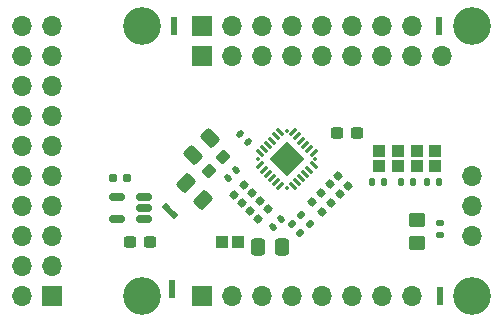
<source format=gbr>
%TF.GenerationSoftware,KiCad,Pcbnew,8.0.7*%
%TF.CreationDate,2024-12-23T17:36:37-05:00*%
%TF.ProjectId,tac5212_audio_board_single_ended,74616335-3231-4325-9f61-7564696f5f62,rev?*%
%TF.SameCoordinates,Original*%
%TF.FileFunction,Soldermask,Top*%
%TF.FilePolarity,Negative*%
%FSLAX46Y46*%
G04 Gerber Fmt 4.6, Leading zero omitted, Abs format (unit mm)*
G04 Created by KiCad (PCBNEW 8.0.7) date 2024-12-23 17:36:37*
%MOMM*%
%LPD*%
G01*
G04 APERTURE LIST*
G04 Aperture macros list*
%AMRoundRect*
0 Rectangle with rounded corners*
0 $1 Rounding radius*
0 $2 $3 $4 $5 $6 $7 $8 $9 X,Y pos of 4 corners*
0 Add a 4 corners polygon primitive as box body*
4,1,4,$2,$3,$4,$5,$6,$7,$8,$9,$2,$3,0*
0 Add four circle primitives for the rounded corners*
1,1,$1+$1,$2,$3*
1,1,$1+$1,$4,$5*
1,1,$1+$1,$6,$7*
1,1,$1+$1,$8,$9*
0 Add four rect primitives between the rounded corners*
20,1,$1+$1,$2,$3,$4,$5,0*
20,1,$1+$1,$4,$5,$6,$7,0*
20,1,$1+$1,$6,$7,$8,$9,0*
20,1,$1+$1,$8,$9,$2,$3,0*%
%AMRotRect*
0 Rectangle, with rotation*
0 The origin of the aperture is its center*
0 $1 length*
0 $2 width*
0 $3 Rotation angle, in degrees counterclockwise*
0 Add horizontal line*
21,1,$1,$2,0,0,$3*%
G04 Aperture macros list end*
%ADD10C,0.000000*%
%ADD11RoundRect,0.160000X0.252791X-0.026517X-0.026517X0.252791X-0.252791X0.026517X0.026517X-0.252791X0*%
%ADD12RoundRect,0.135000X-0.226274X-0.035355X-0.035355X-0.226274X0.226274X0.035355X0.035355X0.226274X0*%
%ADD13R,1.700000X1.700000*%
%ADD14O,1.700000X1.700000*%
%ADD15C,3.200000*%
%ADD16R,1.000000X1.000000*%
%ADD17RoundRect,0.250000X0.337500X0.475000X-0.337500X0.475000X-0.337500X-0.475000X0.337500X-0.475000X0*%
%ADD18RoundRect,0.160000X-0.026517X-0.252791X0.252791X0.026517X0.026517X0.252791X-0.252791X-0.026517X0*%
%ADD19RoundRect,0.140000X0.219203X0.021213X0.021213X0.219203X-0.219203X-0.021213X-0.021213X-0.219203X0*%
%ADD20RoundRect,0.250000X0.574524X0.097227X0.097227X0.574524X-0.574524X-0.097227X-0.097227X-0.574524X0*%
%ADD21RoundRect,0.150000X0.512500X0.150000X-0.512500X0.150000X-0.512500X-0.150000X0.512500X-0.150000X0*%
%ADD22RoundRect,0.135000X-0.185000X0.135000X-0.185000X-0.135000X0.185000X-0.135000X0.185000X0.135000X0*%
%ADD23R,0.508000X0.500000*%
%ADD24R,0.508000X0.508000*%
%ADD25RoundRect,0.237500X-0.300000X-0.237500X0.300000X-0.237500X0.300000X0.237500X-0.300000X0.237500X0*%
%ADD26RoundRect,0.140000X-0.021213X0.219203X-0.219203X0.021213X0.021213X-0.219203X0.219203X-0.021213X0*%
%ADD27RoundRect,0.250000X-0.097227X0.574524X-0.574524X0.097227X0.097227X-0.574524X0.574524X-0.097227X0*%
%ADD28RoundRect,0.250000X-0.450000X0.350000X-0.450000X-0.350000X0.450000X-0.350000X0.450000X0.350000X0*%
%ADD29RoundRect,0.140000X0.021213X-0.219203X0.219203X-0.021213X-0.021213X0.219203X-0.219203X0.021213X0*%
%ADD30RotRect,0.508000X0.508000X315.000000*%
%ADD31RoundRect,0.135000X-0.135000X-0.185000X0.135000X-0.185000X0.135000X0.185000X-0.135000X0.185000X0*%
%ADD32RoundRect,0.237500X-0.044194X-0.380070X0.380070X0.044194X0.044194X0.380070X-0.380070X-0.044194X0*%
%ADD33RoundRect,0.135000X0.135000X0.185000X-0.135000X0.185000X-0.135000X-0.185000X0.135000X-0.185000X0*%
%ADD34RoundRect,0.062500X-0.185616X-0.274004X0.274004X0.185616X0.185616X0.274004X-0.274004X-0.185616X0*%
%ADD35RoundRect,0.062500X0.185616X-0.274004X0.274004X-0.185616X-0.185616X0.274004X-0.274004X0.185616X0*%
%ADD36RotRect,2.100000X2.100000X45.000000*%
%ADD37RoundRect,0.062500X0.000000X-0.088388X0.088388X0.000000X0.000000X0.088388X-0.088388X0.000000X0*%
%ADD38RoundRect,0.160000X-0.197500X-0.160000X0.197500X-0.160000X0.197500X0.160000X-0.197500X0.160000X0*%
%ADD39RoundRect,0.135000X0.226274X0.035355X0.035355X0.226274X-0.226274X-0.035355X-0.035355X-0.226274X0*%
G04 APERTURE END LIST*
%TO.C,E108*%
G36*
X99446000Y-99954000D02*
G01*
X99954000Y-99954000D01*
X99954000Y-99454000D01*
X99446000Y-99454000D01*
X99446000Y-99954000D01*
G37*
%TO.C,E109*%
G36*
X121846000Y-99954000D02*
G01*
X122354000Y-99954000D01*
X122354000Y-99454000D01*
X121846000Y-99454000D01*
X121846000Y-99954000D01*
G37*
D10*
%TO.C,DOUT108*%
G36*
X99653553Y-115394343D02*
G01*
X99294343Y-115753553D01*
X98946447Y-115405657D01*
X99305657Y-115046447D01*
X99653553Y-115394343D01*
G37*
%TO.C,G118*%
G36*
X121946000Y-122854000D02*
G01*
X122454000Y-122854000D01*
X122454000Y-122354000D01*
X121946000Y-122354000D01*
X121946000Y-122854000D01*
G37*
%TO.C,G117*%
G36*
X99246000Y-122254000D02*
G01*
X99754000Y-122254000D01*
X99754000Y-121754000D01*
X99246000Y-121754000D01*
X99246000Y-122254000D01*
G37*
%TD*%
D11*
%TO.C,R113*%
X112937059Y-114705168D03*
X112092067Y-113860176D03*
%TD*%
D12*
%TO.C,R121*%
X109617194Y-116508362D03*
X110338442Y-117229610D03*
%TD*%
D13*
%TO.C,board_outline108*%
X89337500Y-122600000D03*
D14*
X86797500Y-122600000D03*
X89337500Y-120060000D03*
X86797500Y-120060000D03*
X89337500Y-117520000D03*
X86797500Y-117520000D03*
X89337500Y-114980000D03*
X86797500Y-114980000D03*
X89337500Y-112440000D03*
X86797500Y-112440000D03*
X89337500Y-109900000D03*
X86797500Y-109900000D03*
X89337500Y-107360000D03*
X86797500Y-107360000D03*
X89337500Y-104820000D03*
X86797500Y-104820000D03*
X89337500Y-102280000D03*
X86797500Y-102280000D03*
X89337500Y-99740000D03*
X86797500Y-99740000D03*
D13*
X102047500Y-102285000D03*
X102047500Y-99745000D03*
D14*
X104587500Y-102285000D03*
X104587500Y-99745000D03*
X107127500Y-102285000D03*
X107127500Y-99745000D03*
X109667500Y-102285000D03*
X109667500Y-99745000D03*
X112207500Y-102285000D03*
X112207500Y-99745000D03*
X114747500Y-102285000D03*
X114747500Y-99745000D03*
X117287500Y-102285000D03*
X117287500Y-99745000D03*
X119827500Y-102285000D03*
X119827500Y-99745000D03*
D13*
X102047500Y-122605000D03*
D14*
X104587500Y-122605000D03*
X107127500Y-122605000D03*
X109667500Y-122605000D03*
X112207500Y-122605000D03*
X114747500Y-122605000D03*
X117287500Y-122605000D03*
X119827500Y-122605000D03*
X124892500Y-117525000D03*
X124892500Y-114985000D03*
X124892500Y-112445000D03*
X122352500Y-102285000D03*
D15*
X96952500Y-99745000D03*
X124892500Y-99745000D03*
X96952500Y-122605000D03*
X124892500Y-122605000D03*
%TD*%
D16*
%TO.C,ADD108*%
X117000000Y-111600000D03*
X117000000Y-110300000D03*
%TD*%
D11*
%TO.C,R112*%
X113677789Y-113964439D03*
X112832797Y-113119447D03*
%TD*%
D17*
%TO.C,C111*%
X108818261Y-118400000D03*
X106743261Y-118400000D03*
%TD*%
D11*
%TO.C,R114*%
X112157509Y-115484718D03*
X111312517Y-114639726D03*
%TD*%
D18*
%TO.C,R115*%
X105445334Y-114708704D03*
X106290326Y-113863712D03*
%TD*%
D16*
%TO.C,ADD112*%
X118600000Y-111600000D03*
X118600000Y-110300000D03*
%TD*%
D19*
%TO.C,C109*%
X105939411Y-109539411D03*
X105260589Y-108860589D03*
%TD*%
D16*
%TO.C,ADD110*%
X120200000Y-111600000D03*
X120200000Y-110300000D03*
%TD*%
D20*
%TO.C,C115*%
X102133623Y-114433623D03*
X100666377Y-112966377D03*
%TD*%
D21*
%TO.C,U108*%
X97137500Y-116050000D03*
X97137500Y-115100000D03*
X97137500Y-114150000D03*
X94862500Y-114150000D03*
X94862500Y-116050000D03*
%TD*%
D18*
%TO.C,R118*%
X106788837Y-116052207D03*
X107633829Y-115207215D03*
%TD*%
D22*
%TO.C,R126*%
X122200000Y-116390000D03*
X122200000Y-117410000D03*
%TD*%
D23*
%TO.C,E108*%
X99700000Y-100204000D03*
D24*
X99700000Y-99200000D03*
%TD*%
D25*
%TO.C,C118*%
X113437500Y-108800000D03*
X115162500Y-108800000D03*
%TD*%
D26*
%TO.C,C116*%
X104937914Y-111892722D03*
X104259092Y-112571544D03*
%TD*%
D27*
%TO.C,C108*%
X102733623Y-109166377D03*
X101266377Y-110633623D03*
%TD*%
D28*
%TO.C,D116*%
X120200000Y-116100000D03*
X120200000Y-118100000D03*
%TD*%
D29*
%TO.C,C112*%
X108060589Y-116739411D03*
X108739411Y-116060589D03*
%TD*%
D23*
%TO.C,E109*%
X122100000Y-100204000D03*
D24*
X122100000Y-99200000D03*
%TD*%
D16*
%TO.C,ADD111*%
X121800000Y-111600000D03*
X121800000Y-110300000D03*
%TD*%
D30*
%TO.C,DOUT108*%
X99653553Y-115753553D03*
X98946447Y-115046447D03*
%TD*%
D11*
%TO.C,R110*%
X114420251Y-113221977D03*
X113575259Y-112376985D03*
%TD*%
D25*
%TO.C,C128*%
X95937500Y-118000000D03*
X97662500Y-118000000D03*
%TD*%
D31*
%TO.C,R123*%
X121090000Y-112900000D03*
X122110000Y-112900000D03*
%TD*%
D32*
%TO.C,C119*%
X102590120Y-112009880D03*
X103809880Y-110790120D03*
%TD*%
D33*
%TO.C,R124*%
X117410000Y-112900000D03*
X116390000Y-112900000D03*
%TD*%
D18*
%TO.C,R119*%
X104773583Y-114036952D03*
X105618575Y-113191960D03*
%TD*%
D16*
%TO.C,PU_EN108*%
X103750000Y-118000000D03*
X105050000Y-118000000D03*
%TD*%
D18*
%TO.C,R117*%
X106117086Y-115380455D03*
X106962078Y-114535463D03*
%TD*%
D34*
%TO.C,TAC5212*%
X106910742Y-111521491D03*
X107264295Y-111875045D03*
X107617849Y-112228598D03*
X107971402Y-112582151D03*
X108324955Y-112935705D03*
X108678509Y-113289258D03*
D35*
X109721491Y-113289258D03*
X110075045Y-112935705D03*
X110428598Y-112582151D03*
X110782151Y-112228598D03*
X111135705Y-111875045D03*
X111489258Y-111521491D03*
D34*
X111489258Y-110478509D03*
X111135705Y-110124955D03*
X110782151Y-109771402D03*
X110428598Y-109417849D03*
X110075045Y-109064295D03*
X109721491Y-108710742D03*
D35*
X108678509Y-108710742D03*
X108324955Y-109064295D03*
X107971402Y-109417849D03*
X107617849Y-109771402D03*
X107264295Y-110124955D03*
X106910742Y-110478509D03*
D36*
X109200000Y-111000000D03*
D37*
X106767553Y-111000000D03*
X109200000Y-113432447D03*
X111632447Y-111000000D03*
X109200000Y-108567553D03*
%TD*%
D23*
%TO.C,G118*%
X122200000Y-123104000D03*
D24*
X122200000Y-122100000D03*
%TD*%
D33*
%TO.C,R122*%
X119910000Y-112900000D03*
X118890000Y-112900000D03*
%TD*%
D38*
%TO.C,R125*%
X94502500Y-112600000D03*
X95697500Y-112600000D03*
%TD*%
D23*
%TO.C,G117*%
X99500000Y-122504000D03*
D24*
X99500000Y-121500000D03*
%TD*%
D39*
%TO.C,R120*%
X111141385Y-116460624D03*
X110420137Y-115739376D03*
%TD*%
M02*

</source>
